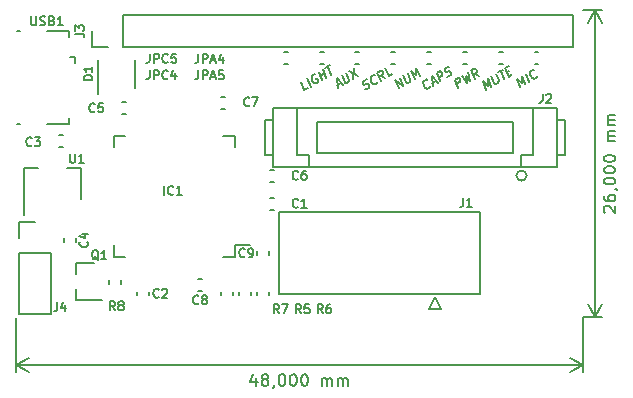
<source format=gbr>
G04 #@! TF.GenerationSoftware,KiCad,Pcbnew,5.1.5*
G04 #@! TF.CreationDate,2020-05-10T02:28:13+02:00*
G04 #@! TF.ProjectId,nucular-keyboard,6e756375-6c61-4722-9d6b-6579626f6172,rev?*
G04 #@! TF.SameCoordinates,Original*
G04 #@! TF.FileFunction,Legend,Top*
G04 #@! TF.FilePolarity,Positive*
%FSLAX46Y46*%
G04 Gerber Fmt 4.6, Leading zero omitted, Abs format (unit mm)*
G04 Created by KiCad (PCBNEW 5.1.5) date 2020-05-10 02:28:13*
%MOMM*%
%LPD*%
G04 APERTURE LIST*
%ADD10C,0.150000*%
G04 APERTURE END LIST*
D10*
X109847619Y-76070857D02*
X109800000Y-76023238D01*
X109752380Y-75928000D01*
X109752380Y-75689904D01*
X109800000Y-75594666D01*
X109847619Y-75547047D01*
X109942857Y-75499428D01*
X110038095Y-75499428D01*
X110180952Y-75547047D01*
X110752380Y-76118476D01*
X110752380Y-75499428D01*
X109752380Y-74642285D02*
X109752380Y-74832761D01*
X109800000Y-74928000D01*
X109847619Y-74975619D01*
X109990476Y-75070857D01*
X110180952Y-75118476D01*
X110561904Y-75118476D01*
X110657142Y-75070857D01*
X110704761Y-75023238D01*
X110752380Y-74928000D01*
X110752380Y-74737523D01*
X110704761Y-74642285D01*
X110657142Y-74594666D01*
X110561904Y-74547047D01*
X110323809Y-74547047D01*
X110228571Y-74594666D01*
X110180952Y-74642285D01*
X110133333Y-74737523D01*
X110133333Y-74928000D01*
X110180952Y-75023238D01*
X110228571Y-75070857D01*
X110323809Y-75118476D01*
X110704761Y-74070857D02*
X110752380Y-74070857D01*
X110847619Y-74118476D01*
X110895238Y-74166095D01*
X109752380Y-73451809D02*
X109752380Y-73356571D01*
X109800000Y-73261333D01*
X109847619Y-73213714D01*
X109942857Y-73166095D01*
X110133333Y-73118476D01*
X110371428Y-73118476D01*
X110561904Y-73166095D01*
X110657142Y-73213714D01*
X110704761Y-73261333D01*
X110752380Y-73356571D01*
X110752380Y-73451809D01*
X110704761Y-73547047D01*
X110657142Y-73594666D01*
X110561904Y-73642285D01*
X110371428Y-73689904D01*
X110133333Y-73689904D01*
X109942857Y-73642285D01*
X109847619Y-73594666D01*
X109800000Y-73547047D01*
X109752380Y-73451809D01*
X109752380Y-72499428D02*
X109752380Y-72404190D01*
X109800000Y-72308952D01*
X109847619Y-72261333D01*
X109942857Y-72213714D01*
X110133333Y-72166095D01*
X110371428Y-72166095D01*
X110561904Y-72213714D01*
X110657142Y-72261333D01*
X110704761Y-72308952D01*
X110752380Y-72404190D01*
X110752380Y-72499428D01*
X110704761Y-72594666D01*
X110657142Y-72642285D01*
X110561904Y-72689904D01*
X110371428Y-72737523D01*
X110133333Y-72737523D01*
X109942857Y-72689904D01*
X109847619Y-72642285D01*
X109800000Y-72594666D01*
X109752380Y-72499428D01*
X109752380Y-71547047D02*
X109752380Y-71451809D01*
X109800000Y-71356571D01*
X109847619Y-71308952D01*
X109942857Y-71261333D01*
X110133333Y-71213714D01*
X110371428Y-71213714D01*
X110561904Y-71261333D01*
X110657142Y-71308952D01*
X110704761Y-71356571D01*
X110752380Y-71451809D01*
X110752380Y-71547047D01*
X110704761Y-71642285D01*
X110657142Y-71689904D01*
X110561904Y-71737523D01*
X110371428Y-71785142D01*
X110133333Y-71785142D01*
X109942857Y-71737523D01*
X109847619Y-71689904D01*
X109800000Y-71642285D01*
X109752380Y-71547047D01*
X110752380Y-70023238D02*
X110085714Y-70023238D01*
X110180952Y-70023238D02*
X110133333Y-69975619D01*
X110085714Y-69880380D01*
X110085714Y-69737523D01*
X110133333Y-69642285D01*
X110228571Y-69594666D01*
X110752380Y-69594666D01*
X110228571Y-69594666D02*
X110133333Y-69547047D01*
X110085714Y-69451809D01*
X110085714Y-69308952D01*
X110133333Y-69213714D01*
X110228571Y-69166095D01*
X110752380Y-69166095D01*
X110752380Y-68689904D02*
X110085714Y-68689904D01*
X110180952Y-68689904D02*
X110133333Y-68642285D01*
X110085714Y-68547047D01*
X110085714Y-68404190D01*
X110133333Y-68308952D01*
X110228571Y-68261333D01*
X110752380Y-68261333D01*
X110228571Y-68261333D02*
X110133333Y-68213714D01*
X110085714Y-68118476D01*
X110085714Y-67975619D01*
X110133333Y-67880380D01*
X110228571Y-67832761D01*
X110752380Y-67832761D01*
X109000000Y-84928000D02*
X109000000Y-58928000D01*
X108000000Y-84928000D02*
X109586421Y-84928000D01*
X108000000Y-58928000D02*
X109586421Y-58928000D01*
X109000000Y-58928000D02*
X109586421Y-60054504D01*
X109000000Y-58928000D02*
X108413579Y-60054504D01*
X109000000Y-84928000D02*
X109586421Y-83801496D01*
X109000000Y-84928000D02*
X108413579Y-83801496D01*
X80333333Y-90085714D02*
X80333333Y-90752380D01*
X80095238Y-89704761D02*
X79857142Y-90419047D01*
X80476190Y-90419047D01*
X81000000Y-90180952D02*
X80904761Y-90133333D01*
X80857142Y-90085714D01*
X80809523Y-89990476D01*
X80809523Y-89942857D01*
X80857142Y-89847619D01*
X80904761Y-89800000D01*
X81000000Y-89752380D01*
X81190476Y-89752380D01*
X81285714Y-89800000D01*
X81333333Y-89847619D01*
X81380952Y-89942857D01*
X81380952Y-89990476D01*
X81333333Y-90085714D01*
X81285714Y-90133333D01*
X81190476Y-90180952D01*
X81000000Y-90180952D01*
X80904761Y-90228571D01*
X80857142Y-90276190D01*
X80809523Y-90371428D01*
X80809523Y-90561904D01*
X80857142Y-90657142D01*
X80904761Y-90704761D01*
X81000000Y-90752380D01*
X81190476Y-90752380D01*
X81285714Y-90704761D01*
X81333333Y-90657142D01*
X81380952Y-90561904D01*
X81380952Y-90371428D01*
X81333333Y-90276190D01*
X81285714Y-90228571D01*
X81190476Y-90180952D01*
X81857142Y-90704761D02*
X81857142Y-90752380D01*
X81809523Y-90847619D01*
X81761904Y-90895238D01*
X82476190Y-89752380D02*
X82571428Y-89752380D01*
X82666666Y-89800000D01*
X82714285Y-89847619D01*
X82761904Y-89942857D01*
X82809523Y-90133333D01*
X82809523Y-90371428D01*
X82761904Y-90561904D01*
X82714285Y-90657142D01*
X82666666Y-90704761D01*
X82571428Y-90752380D01*
X82476190Y-90752380D01*
X82380952Y-90704761D01*
X82333333Y-90657142D01*
X82285714Y-90561904D01*
X82238095Y-90371428D01*
X82238095Y-90133333D01*
X82285714Y-89942857D01*
X82333333Y-89847619D01*
X82380952Y-89800000D01*
X82476190Y-89752380D01*
X83428571Y-89752380D02*
X83523809Y-89752380D01*
X83619047Y-89800000D01*
X83666666Y-89847619D01*
X83714285Y-89942857D01*
X83761904Y-90133333D01*
X83761904Y-90371428D01*
X83714285Y-90561904D01*
X83666666Y-90657142D01*
X83619047Y-90704761D01*
X83523809Y-90752380D01*
X83428571Y-90752380D01*
X83333333Y-90704761D01*
X83285714Y-90657142D01*
X83238095Y-90561904D01*
X83190476Y-90371428D01*
X83190476Y-90133333D01*
X83238095Y-89942857D01*
X83285714Y-89847619D01*
X83333333Y-89800000D01*
X83428571Y-89752380D01*
X84380952Y-89752380D02*
X84476190Y-89752380D01*
X84571428Y-89800000D01*
X84619047Y-89847619D01*
X84666666Y-89942857D01*
X84714285Y-90133333D01*
X84714285Y-90371428D01*
X84666666Y-90561904D01*
X84619047Y-90657142D01*
X84571428Y-90704761D01*
X84476190Y-90752380D01*
X84380952Y-90752380D01*
X84285714Y-90704761D01*
X84238095Y-90657142D01*
X84190476Y-90561904D01*
X84142857Y-90371428D01*
X84142857Y-90133333D01*
X84190476Y-89942857D01*
X84238095Y-89847619D01*
X84285714Y-89800000D01*
X84380952Y-89752380D01*
X85904761Y-90752380D02*
X85904761Y-90085714D01*
X85904761Y-90180952D02*
X85952380Y-90133333D01*
X86047619Y-90085714D01*
X86190476Y-90085714D01*
X86285714Y-90133333D01*
X86333333Y-90228571D01*
X86333333Y-90752380D01*
X86333333Y-90228571D02*
X86380952Y-90133333D01*
X86476190Y-90085714D01*
X86619047Y-90085714D01*
X86714285Y-90133333D01*
X86761904Y-90228571D01*
X86761904Y-90752380D01*
X87238095Y-90752380D02*
X87238095Y-90085714D01*
X87238095Y-90180952D02*
X87285714Y-90133333D01*
X87380952Y-90085714D01*
X87523809Y-90085714D01*
X87619047Y-90133333D01*
X87666666Y-90228571D01*
X87666666Y-90752380D01*
X87666666Y-90228571D02*
X87714285Y-90133333D01*
X87809523Y-90085714D01*
X87952380Y-90085714D01*
X88047619Y-90133333D01*
X88095238Y-90228571D01*
X88095238Y-90752380D01*
X108000000Y-89000000D02*
X60000000Y-89000000D01*
X108000000Y-85000000D02*
X108000000Y-89586421D01*
X60000000Y-85000000D02*
X60000000Y-89586421D01*
X60000000Y-89000000D02*
X61126504Y-88413579D01*
X60000000Y-89000000D02*
X61126504Y-89586421D01*
X108000000Y-89000000D02*
X106873496Y-88413579D01*
X108000000Y-89000000D02*
X106873496Y-89586421D01*
X102706148Y-65434633D02*
X102412338Y-64738239D01*
X102838709Y-65110663D01*
X102845351Y-64488239D01*
X103139161Y-65184633D01*
X103448456Y-65006062D02*
X103154646Y-64309668D01*
X104100922Y-64546881D02*
X104083984Y-64597900D01*
X104005186Y-64684633D01*
X103943327Y-64720347D01*
X103836548Y-64740757D01*
X103746707Y-64710148D01*
X103687796Y-64661682D01*
X103600902Y-64546893D01*
X103558929Y-64447408D01*
X103533895Y-64296904D01*
X103536843Y-64212724D01*
X103570720Y-64110686D01*
X103649517Y-64023953D01*
X103711376Y-63988239D01*
X103818156Y-63967829D01*
X103863076Y-63983134D01*
X99804065Y-65666776D02*
X99510255Y-64970382D01*
X99936626Y-65342806D01*
X99943268Y-64720382D01*
X100237078Y-65416776D01*
X100252562Y-64541810D02*
X100490409Y-65105558D01*
X100549320Y-65154024D01*
X100594240Y-65169329D01*
X100670090Y-65166776D01*
X100793808Y-65095347D01*
X100841676Y-65026471D01*
X100858615Y-64975453D01*
X100861562Y-64891272D01*
X100623716Y-64327525D01*
X100840222Y-64202525D02*
X101211376Y-63988239D01*
X101319609Y-64791776D02*
X101025799Y-64095382D01*
X101567792Y-64194855D02*
X101784298Y-64069855D01*
X102030987Y-64381062D02*
X101721693Y-64559633D01*
X101427883Y-63863239D01*
X101737177Y-63684668D01*
X97436036Y-65532847D02*
X97142226Y-64836453D01*
X97389662Y-64693596D01*
X97465512Y-64691044D01*
X97510432Y-64706348D01*
X97569344Y-64754814D01*
X97611316Y-64854299D01*
X97608369Y-64938479D01*
X97591430Y-64989498D01*
X97543562Y-65058374D01*
X97296126Y-65201231D01*
X97729886Y-64497168D02*
X98178344Y-65104276D01*
X98092197Y-64535423D01*
X98425779Y-64961419D01*
X98286617Y-64175739D01*
X99199016Y-64514990D02*
X98842600Y-64308374D01*
X98827863Y-64729276D02*
X98534052Y-64032882D01*
X98781488Y-63890025D01*
X98857338Y-63887472D01*
X98902259Y-63902777D01*
X98961170Y-63951243D01*
X99003143Y-64050728D01*
X99000195Y-64134908D01*
X98983257Y-64185927D01*
X98935389Y-64254803D01*
X98687953Y-64397660D01*
X95062702Y-65377238D02*
X95045763Y-65428257D01*
X94966966Y-65514990D01*
X94905107Y-65550705D01*
X94798327Y-65571114D01*
X94708486Y-65540505D01*
X94649575Y-65492039D01*
X94562682Y-65377250D01*
X94520709Y-65277765D01*
X94495674Y-65127261D01*
X94498622Y-65043081D01*
X94532499Y-64941044D01*
X94611296Y-64854310D01*
X94673155Y-64818596D01*
X94779935Y-64798186D01*
X94824855Y-64813491D01*
X95254174Y-65101735D02*
X95563468Y-64923163D01*
X95276260Y-65336419D02*
X95198957Y-64515025D01*
X95709273Y-65086419D01*
X95925779Y-64961419D02*
X95631969Y-64265025D01*
X95879405Y-64122168D01*
X95955255Y-64119615D01*
X96000175Y-64134919D01*
X96059087Y-64183386D01*
X96101060Y-64282870D01*
X96098112Y-64367051D01*
X96081174Y-64418070D01*
X96033306Y-64486945D01*
X95785870Y-64629803D01*
X96530378Y-64571114D02*
X96637157Y-64550705D01*
X96791805Y-64461419D01*
X96839673Y-64392543D01*
X96856611Y-64341524D01*
X96859559Y-64257344D01*
X96831577Y-64191021D01*
X96772666Y-64142554D01*
X96727745Y-64127250D01*
X96651895Y-64129803D01*
X96514186Y-64168070D01*
X96438336Y-64170622D01*
X96393416Y-64155318D01*
X96334505Y-64106852D01*
X96306523Y-64040528D01*
X96309470Y-63956348D01*
X96326409Y-63905329D01*
X96374277Y-63836453D01*
X96528924Y-63747168D01*
X96635704Y-63726758D01*
X92405107Y-65550705D02*
X92111296Y-64854310D01*
X92776260Y-65336419D01*
X92482450Y-64640025D01*
X92791745Y-64461453D02*
X93029591Y-65025201D01*
X93088503Y-65073667D01*
X93133423Y-65088971D01*
X93209273Y-65086419D01*
X93332991Y-65014990D01*
X93380859Y-64946114D01*
X93397797Y-64895096D01*
X93400745Y-64810915D01*
X93162899Y-64247168D01*
X93766004Y-64764990D02*
X93472194Y-64068596D01*
X93898564Y-64441021D01*
X93905206Y-63818596D01*
X94199016Y-64514990D01*
X89590074Y-65633614D02*
X89696853Y-65613205D01*
X89851501Y-65523919D01*
X89899369Y-65455043D01*
X89916307Y-65404024D01*
X89919255Y-65319844D01*
X89891273Y-65253521D01*
X89832362Y-65205054D01*
X89787441Y-65189750D01*
X89711591Y-65192303D01*
X89573882Y-65230570D01*
X89498032Y-65233122D01*
X89453112Y-65217818D01*
X89394201Y-65169352D01*
X89366219Y-65103028D01*
X89369166Y-65018848D01*
X89386105Y-64967829D01*
X89433973Y-64898953D01*
X89588620Y-64809668D01*
X89695400Y-64789258D01*
X90596756Y-65011167D02*
X90579817Y-65062186D01*
X90501020Y-65148919D01*
X90439161Y-65184633D01*
X90332381Y-65205043D01*
X90242541Y-65174434D01*
X90183629Y-65125968D01*
X90096736Y-65011179D01*
X90054763Y-64911694D01*
X90029729Y-64761190D01*
X90032676Y-64677010D01*
X90066553Y-64574972D01*
X90145351Y-64488239D01*
X90207210Y-64452525D01*
X90313989Y-64432115D01*
X90358910Y-64447419D01*
X91274257Y-64702490D02*
X90917841Y-64495874D01*
X90903103Y-64916776D02*
X90609293Y-64220382D01*
X90856729Y-64077525D01*
X90932579Y-64074972D01*
X90977499Y-64090277D01*
X91036411Y-64138743D01*
X91078383Y-64238228D01*
X91075436Y-64322408D01*
X91058497Y-64373427D01*
X91010629Y-64442303D01*
X90763193Y-64585160D01*
X91861917Y-64363205D02*
X91552622Y-64541776D01*
X91258812Y-63845382D01*
X87213949Y-65298163D02*
X87523244Y-65119592D01*
X87236036Y-65532847D02*
X87158732Y-64711453D01*
X87669049Y-65282847D01*
X87591745Y-64461453D02*
X87829591Y-65025201D01*
X87888503Y-65073667D01*
X87933423Y-65088971D01*
X88009273Y-65086419D01*
X88132991Y-65014990D01*
X88180859Y-64946114D01*
X88197797Y-64895096D01*
X88200745Y-64810915D01*
X87962899Y-64247168D01*
X88210335Y-64104310D02*
X88937157Y-64550705D01*
X88643347Y-63854310D02*
X88504145Y-64800705D01*
X84736036Y-65532847D02*
X84426741Y-65711419D01*
X84132931Y-65015025D01*
X84952542Y-65407847D02*
X84658732Y-64711453D01*
X85322242Y-64369615D02*
X85246392Y-64372168D01*
X85153604Y-64425739D01*
X85074806Y-64512472D01*
X85040929Y-64614510D01*
X85037982Y-64698690D01*
X85063016Y-64849194D01*
X85104989Y-64948679D01*
X85191882Y-65063468D01*
X85250794Y-65111934D01*
X85340635Y-65142543D01*
X85447414Y-65122133D01*
X85509273Y-65086419D01*
X85588070Y-64999686D01*
X85605009Y-64948667D01*
X85507072Y-64716536D01*
X85383354Y-64787964D01*
X85911356Y-64854276D02*
X85617546Y-64157882D01*
X85757456Y-64489498D02*
X86128609Y-64275212D01*
X86282510Y-64639990D02*
X85988700Y-63943596D01*
X86205206Y-63818596D02*
X86576360Y-63604310D01*
X86684593Y-64407847D02*
X86390783Y-63711453D01*
X107180000Y-62036000D02*
X107180000Y-59376000D01*
X69020000Y-62036000D02*
X107180000Y-62036000D01*
X69020000Y-59376000D02*
X107180000Y-59376000D01*
X69020000Y-62036000D02*
X69020000Y-59376000D01*
X67750000Y-62036000D02*
X66420000Y-62036000D01*
X66420000Y-62036000D02*
X66420000Y-60706000D01*
X97881221Y-62511000D02*
X98206779Y-62511000D01*
X97881221Y-63531000D02*
X98206779Y-63531000D01*
X100903721Y-63531000D02*
X101229279Y-63531000D01*
X100903721Y-62511000D02*
X101229279Y-62511000D01*
X94833221Y-63531000D02*
X95158779Y-63531000D01*
X94833221Y-62511000D02*
X95158779Y-62511000D01*
X103913721Y-62511000D02*
X104239279Y-62511000D01*
X103913721Y-63531000D02*
X104239279Y-63531000D01*
X85752721Y-62511000D02*
X86078279Y-62511000D01*
X85752721Y-63531000D02*
X86078279Y-63531000D01*
X88737221Y-63531000D02*
X89062779Y-63531000D01*
X88737221Y-62511000D02*
X89062779Y-62511000D01*
X91785221Y-62511000D02*
X92110779Y-62511000D01*
X91785221Y-63531000D02*
X92110779Y-63531000D01*
X65000000Y-62943000D02*
X64550000Y-62943000D01*
X65000000Y-62943000D02*
X65000000Y-63393000D01*
X64450000Y-68543000D02*
X64450000Y-68093000D01*
X62600000Y-68543000D02*
X64450000Y-68543000D01*
X60050000Y-60743000D02*
X60300000Y-60743000D01*
X60050000Y-68543000D02*
X60300000Y-68543000D01*
X62600000Y-60743000D02*
X64450000Y-60743000D01*
X64450000Y-60743000D02*
X64450000Y-61193000D01*
X82250000Y-76000000D02*
X99250000Y-76000000D01*
X99250000Y-76000000D02*
X99250000Y-83000000D01*
X99250000Y-83000000D02*
X82250000Y-83000000D01*
X82250000Y-83000000D02*
X82250000Y-76000000D01*
X95500000Y-83250000D02*
X95000000Y-84250000D01*
X95000000Y-84250000D02*
X96000000Y-84250000D01*
X96000000Y-84250000D02*
X95500000Y-83250000D01*
X81800000Y-67200000D02*
X105800000Y-67200000D01*
X105800000Y-67200000D02*
X105800000Y-72200000D01*
X105800000Y-72200000D02*
X81800000Y-72200000D01*
X81800000Y-72200000D02*
X81800000Y-67200000D01*
X83800000Y-67200000D02*
X83800000Y-71200000D01*
X83800000Y-71200000D02*
X84800000Y-71200000D01*
X84800000Y-71200000D02*
X84800000Y-72200000D01*
X103800000Y-67200000D02*
X103800000Y-71200000D01*
X103800000Y-71200000D02*
X102800000Y-71200000D01*
X102800000Y-71200000D02*
X102800000Y-72200000D01*
X85500000Y-68400000D02*
X102100000Y-68400000D01*
X102100000Y-68400000D02*
X102100000Y-71000000D01*
X102100000Y-71000000D02*
X85500000Y-71000000D01*
X85500000Y-71000000D02*
X85500000Y-68400000D01*
X81800000Y-68200000D02*
X81100000Y-68200000D01*
X81100000Y-68200000D02*
X81100000Y-71200000D01*
X81100000Y-71200000D02*
X81800000Y-71200000D01*
X105800000Y-68200000D02*
X106500000Y-68200000D01*
X106500000Y-68200000D02*
X106500000Y-71200000D01*
X106500000Y-71200000D02*
X105800000Y-71200000D01*
X103233012Y-72950000D02*
G75*
G03X103233012Y-72950000I-433012J0D01*
G01*
X63637221Y-69530500D02*
X63962779Y-69530500D01*
X63637221Y-70550500D02*
X63962779Y-70550500D01*
X64090000Y-78237221D02*
X64090000Y-78562779D01*
X65110000Y-78237221D02*
X65110000Y-78562779D01*
X64300000Y-72260000D02*
X65500000Y-72260000D01*
X65500000Y-72260000D02*
X65500000Y-74960000D01*
X60700000Y-76260000D02*
X60700000Y-72260000D01*
X60700000Y-72260000D02*
X61900000Y-72260000D01*
X65120000Y-80350000D02*
X65120000Y-81280000D01*
X65120000Y-83510000D02*
X65120000Y-82580000D01*
X65120000Y-83510000D02*
X67280000Y-83510000D01*
X65120000Y-80350000D02*
X66580000Y-80350000D01*
X70066500Y-65525500D02*
X70066500Y-63125500D01*
X66966500Y-63125500D02*
X66966500Y-66075500D01*
X78510000Y-78860000D02*
X79850000Y-78860000D01*
X78510000Y-79810000D02*
X78510000Y-78860000D01*
X77560000Y-79810000D02*
X78510000Y-79810000D01*
X68290000Y-79810000D02*
X68290000Y-78860000D01*
X69240000Y-79810000D02*
X68290000Y-79810000D01*
X78510000Y-69590000D02*
X78510000Y-70540000D01*
X77560000Y-69590000D02*
X78510000Y-69590000D01*
X68290000Y-69590000D02*
X68290000Y-70540000D01*
X69240000Y-69590000D02*
X68290000Y-69590000D01*
X60265000Y-84642000D02*
X62925000Y-84642000D01*
X60265000Y-79502000D02*
X60265000Y-84642000D01*
X62925000Y-79502000D02*
X62925000Y-84642000D01*
X60265000Y-79502000D02*
X62925000Y-79502000D01*
X60265000Y-78232000D02*
X60265000Y-76902000D01*
X60265000Y-76902000D02*
X61595000Y-76902000D01*
X81498221Y-74801000D02*
X81823779Y-74801000D01*
X81498221Y-75821000D02*
X81823779Y-75821000D01*
X71249000Y-83093779D02*
X71249000Y-82768221D01*
X70229000Y-83093779D02*
X70229000Y-82768221D01*
X69312779Y-67756500D02*
X68987221Y-67756500D01*
X69312779Y-66736500D02*
X68987221Y-66736500D01*
X81498221Y-72451500D02*
X81823779Y-72451500D01*
X81498221Y-73471500D02*
X81823779Y-73471500D01*
X77370721Y-67312000D02*
X77696279Y-67312000D01*
X77370721Y-66292000D02*
X77696279Y-66292000D01*
X75727779Y-82679000D02*
X75402221Y-82679000D01*
X75727779Y-81659000D02*
X75402221Y-81659000D01*
X80389000Y-79313721D02*
X80389000Y-79639279D01*
X81409000Y-79313721D02*
X81409000Y-79639279D01*
X78865000Y-83093779D02*
X78865000Y-82768221D01*
X79885000Y-83093779D02*
X79885000Y-82768221D01*
X81409000Y-83093779D02*
X81409000Y-82768221D01*
X80389000Y-83093779D02*
X80389000Y-82768221D01*
X77341000Y-83093779D02*
X77341000Y-82768221D01*
X78361000Y-83093779D02*
X78361000Y-82768221D01*
X67910000Y-81767221D02*
X67910000Y-82092779D01*
X68930000Y-81767221D02*
X68930000Y-82092779D01*
X82704721Y-63502000D02*
X83030279Y-63502000D01*
X82704721Y-62482000D02*
X83030279Y-62482000D01*
X75444071Y-64042285D02*
X75444071Y-64578000D01*
X75408357Y-64685142D01*
X75336928Y-64756571D01*
X75229785Y-64792285D01*
X75158357Y-64792285D01*
X75801214Y-64792285D02*
X75801214Y-64042285D01*
X76086928Y-64042285D01*
X76158357Y-64078000D01*
X76194071Y-64113714D01*
X76229785Y-64185142D01*
X76229785Y-64292285D01*
X76194071Y-64363714D01*
X76158357Y-64399428D01*
X76086928Y-64435142D01*
X75801214Y-64435142D01*
X76515500Y-64578000D02*
X76872642Y-64578000D01*
X76444071Y-64792285D02*
X76694071Y-64042285D01*
X76944071Y-64792285D01*
X77551214Y-64042285D02*
X77194071Y-64042285D01*
X77158357Y-64399428D01*
X77194071Y-64363714D01*
X77265500Y-64328000D01*
X77444071Y-64328000D01*
X77515500Y-64363714D01*
X77551214Y-64399428D01*
X77586928Y-64470857D01*
X77586928Y-64649428D01*
X77551214Y-64720857D01*
X77515500Y-64756571D01*
X77444071Y-64792285D01*
X77265500Y-64792285D01*
X77194071Y-64756571D01*
X77158357Y-64720857D01*
X75444071Y-62648285D02*
X75444071Y-63184000D01*
X75408357Y-63291142D01*
X75336928Y-63362571D01*
X75229785Y-63398285D01*
X75158357Y-63398285D01*
X75801214Y-63398285D02*
X75801214Y-62648285D01*
X76086928Y-62648285D01*
X76158357Y-62684000D01*
X76194071Y-62719714D01*
X76229785Y-62791142D01*
X76229785Y-62898285D01*
X76194071Y-62969714D01*
X76158357Y-63005428D01*
X76086928Y-63041142D01*
X75801214Y-63041142D01*
X76515500Y-63184000D02*
X76872642Y-63184000D01*
X76444071Y-63398285D02*
X76694071Y-62648285D01*
X76944071Y-63398285D01*
X77515500Y-62898285D02*
X77515500Y-63398285D01*
X77336928Y-62612571D02*
X77158357Y-63148285D01*
X77622642Y-63148285D01*
X71326500Y-64042285D02*
X71326500Y-64578000D01*
X71290785Y-64685142D01*
X71219357Y-64756571D01*
X71112214Y-64792285D01*
X71040785Y-64792285D01*
X71683642Y-64792285D02*
X71683642Y-64042285D01*
X71969357Y-64042285D01*
X72040785Y-64078000D01*
X72076500Y-64113714D01*
X72112214Y-64185142D01*
X72112214Y-64292285D01*
X72076500Y-64363714D01*
X72040785Y-64399428D01*
X71969357Y-64435142D01*
X71683642Y-64435142D01*
X72862214Y-64720857D02*
X72826500Y-64756571D01*
X72719357Y-64792285D01*
X72647928Y-64792285D01*
X72540785Y-64756571D01*
X72469357Y-64685142D01*
X72433642Y-64613714D01*
X72397928Y-64470857D01*
X72397928Y-64363714D01*
X72433642Y-64220857D01*
X72469357Y-64149428D01*
X72540785Y-64078000D01*
X72647928Y-64042285D01*
X72719357Y-64042285D01*
X72826500Y-64078000D01*
X72862214Y-64113714D01*
X73505071Y-64292285D02*
X73505071Y-64792285D01*
X73326500Y-64006571D02*
X73147928Y-64542285D01*
X73612214Y-64542285D01*
X71326500Y-62648285D02*
X71326500Y-63184000D01*
X71290785Y-63291142D01*
X71219357Y-63362571D01*
X71112214Y-63398285D01*
X71040785Y-63398285D01*
X71683642Y-63398285D02*
X71683642Y-62648285D01*
X71969357Y-62648285D01*
X72040785Y-62684000D01*
X72076500Y-62719714D01*
X72112214Y-62791142D01*
X72112214Y-62898285D01*
X72076500Y-62969714D01*
X72040785Y-63005428D01*
X71969357Y-63041142D01*
X71683642Y-63041142D01*
X72862214Y-63326857D02*
X72826500Y-63362571D01*
X72719357Y-63398285D01*
X72647928Y-63398285D01*
X72540785Y-63362571D01*
X72469357Y-63291142D01*
X72433642Y-63219714D01*
X72397928Y-63076857D01*
X72397928Y-62969714D01*
X72433642Y-62826857D01*
X72469357Y-62755428D01*
X72540785Y-62684000D01*
X72647928Y-62648285D01*
X72719357Y-62648285D01*
X72826500Y-62684000D01*
X72862214Y-62719714D01*
X73540785Y-62648285D02*
X73183642Y-62648285D01*
X73147928Y-63005428D01*
X73183642Y-62969714D01*
X73255071Y-62934000D01*
X73433642Y-62934000D01*
X73505071Y-62969714D01*
X73540785Y-63005428D01*
X73576500Y-63076857D01*
X73576500Y-63255428D01*
X73540785Y-63326857D01*
X73505071Y-63362571D01*
X73433642Y-63398285D01*
X73255071Y-63398285D01*
X73183642Y-63362571D01*
X73147928Y-63326857D01*
X65009285Y-60956000D02*
X65545000Y-60956000D01*
X65652142Y-60991714D01*
X65723571Y-61063142D01*
X65759285Y-61170285D01*
X65759285Y-61241714D01*
X65009285Y-60670285D02*
X65009285Y-60206000D01*
X65295000Y-60456000D01*
X65295000Y-60348857D01*
X65330714Y-60277428D01*
X65366428Y-60241714D01*
X65437857Y-60206000D01*
X65616428Y-60206000D01*
X65687857Y-60241714D01*
X65723571Y-60277428D01*
X65759285Y-60348857D01*
X65759285Y-60563142D01*
X65723571Y-60634571D01*
X65687857Y-60670285D01*
X61307428Y-59469785D02*
X61307428Y-60076928D01*
X61343142Y-60148357D01*
X61378857Y-60184071D01*
X61450285Y-60219785D01*
X61593142Y-60219785D01*
X61664571Y-60184071D01*
X61700285Y-60148357D01*
X61736000Y-60076928D01*
X61736000Y-59469785D01*
X62057428Y-60184071D02*
X62164571Y-60219785D01*
X62343142Y-60219785D01*
X62414571Y-60184071D01*
X62450285Y-60148357D01*
X62486000Y-60076928D01*
X62486000Y-60005500D01*
X62450285Y-59934071D01*
X62414571Y-59898357D01*
X62343142Y-59862642D01*
X62200285Y-59826928D01*
X62128857Y-59791214D01*
X62093142Y-59755500D01*
X62057428Y-59684071D01*
X62057428Y-59612642D01*
X62093142Y-59541214D01*
X62128857Y-59505500D01*
X62200285Y-59469785D01*
X62378857Y-59469785D01*
X62486000Y-59505500D01*
X63057428Y-59826928D02*
X63164571Y-59862642D01*
X63200285Y-59898357D01*
X63236000Y-59969785D01*
X63236000Y-60076928D01*
X63200285Y-60148357D01*
X63164571Y-60184071D01*
X63093142Y-60219785D01*
X62807428Y-60219785D01*
X62807428Y-59469785D01*
X63057428Y-59469785D01*
X63128857Y-59505500D01*
X63164571Y-59541214D01*
X63200285Y-59612642D01*
X63200285Y-59684071D01*
X63164571Y-59755500D01*
X63128857Y-59791214D01*
X63057428Y-59826928D01*
X62807428Y-59826928D01*
X63950285Y-60219785D02*
X63521714Y-60219785D01*
X63736000Y-60219785D02*
X63736000Y-59469785D01*
X63664571Y-59576928D01*
X63593142Y-59648357D01*
X63521714Y-59684071D01*
X97857500Y-74836785D02*
X97857500Y-75372500D01*
X97821785Y-75479642D01*
X97750357Y-75551071D01*
X97643214Y-75586785D01*
X97571785Y-75586785D01*
X98607500Y-75586785D02*
X98178928Y-75586785D01*
X98393214Y-75586785D02*
X98393214Y-74836785D01*
X98321785Y-74943928D01*
X98250357Y-75015357D01*
X98178928Y-75051071D01*
X104588500Y-66010285D02*
X104588500Y-66546000D01*
X104552785Y-66653142D01*
X104481357Y-66724571D01*
X104374214Y-66760285D01*
X104302785Y-66760285D01*
X104909928Y-66081714D02*
X104945642Y-66046000D01*
X105017071Y-66010285D01*
X105195642Y-66010285D01*
X105267071Y-66046000D01*
X105302785Y-66081714D01*
X105338500Y-66153142D01*
X105338500Y-66224571D01*
X105302785Y-66331714D01*
X104874214Y-66760285D01*
X105338500Y-66760285D01*
X61343000Y-70371857D02*
X61307285Y-70407571D01*
X61200142Y-70443285D01*
X61128714Y-70443285D01*
X61021571Y-70407571D01*
X60950142Y-70336142D01*
X60914428Y-70264714D01*
X60878714Y-70121857D01*
X60878714Y-70014714D01*
X60914428Y-69871857D01*
X60950142Y-69800428D01*
X61021571Y-69729000D01*
X61128714Y-69693285D01*
X61200142Y-69693285D01*
X61307285Y-69729000D01*
X61343000Y-69764714D01*
X61593000Y-69693285D02*
X62057285Y-69693285D01*
X61807285Y-69979000D01*
X61914428Y-69979000D01*
X61985857Y-70014714D01*
X62021571Y-70050428D01*
X62057285Y-70121857D01*
X62057285Y-70300428D01*
X62021571Y-70371857D01*
X61985857Y-70407571D01*
X61914428Y-70443285D01*
X61700142Y-70443285D01*
X61628714Y-70407571D01*
X61593000Y-70371857D01*
X66053857Y-78525000D02*
X66089571Y-78560714D01*
X66125285Y-78667857D01*
X66125285Y-78739285D01*
X66089571Y-78846428D01*
X66018142Y-78917857D01*
X65946714Y-78953571D01*
X65803857Y-78989285D01*
X65696714Y-78989285D01*
X65553857Y-78953571D01*
X65482428Y-78917857D01*
X65411000Y-78846428D01*
X65375285Y-78739285D01*
X65375285Y-78667857D01*
X65411000Y-78560714D01*
X65446714Y-78525000D01*
X65625285Y-77882142D02*
X66125285Y-77882142D01*
X65339571Y-78060714D02*
X65875285Y-78239285D01*
X65875285Y-77775000D01*
X64579571Y-71090285D02*
X64579571Y-71697428D01*
X64615285Y-71768857D01*
X64651000Y-71804571D01*
X64722428Y-71840285D01*
X64865285Y-71840285D01*
X64936714Y-71804571D01*
X64972428Y-71768857D01*
X65008142Y-71697428D01*
X65008142Y-71090285D01*
X65758142Y-71840285D02*
X65329571Y-71840285D01*
X65543857Y-71840285D02*
X65543857Y-71090285D01*
X65472428Y-71197428D01*
X65401000Y-71268857D01*
X65329571Y-71304571D01*
X66984571Y-80103214D02*
X66913142Y-80067500D01*
X66841714Y-79996071D01*
X66734571Y-79888928D01*
X66663142Y-79853214D01*
X66591714Y-79853214D01*
X66627428Y-80031785D02*
X66556000Y-79996071D01*
X66484571Y-79924642D01*
X66448857Y-79781785D01*
X66448857Y-79531785D01*
X66484571Y-79388928D01*
X66556000Y-79317500D01*
X66627428Y-79281785D01*
X66770285Y-79281785D01*
X66841714Y-79317500D01*
X66913142Y-79388928D01*
X66948857Y-79531785D01*
X66948857Y-79781785D01*
X66913142Y-79924642D01*
X66841714Y-79996071D01*
X66770285Y-80031785D01*
X66627428Y-80031785D01*
X67663142Y-80031785D02*
X67234571Y-80031785D01*
X67448857Y-80031785D02*
X67448857Y-79281785D01*
X67377428Y-79388928D01*
X67306000Y-79460357D01*
X67234571Y-79496071D01*
X66475785Y-64859071D02*
X65725785Y-64859071D01*
X65725785Y-64680500D01*
X65761500Y-64573357D01*
X65832928Y-64501928D01*
X65904357Y-64466214D01*
X66047214Y-64430500D01*
X66154357Y-64430500D01*
X66297214Y-64466214D01*
X66368642Y-64501928D01*
X66440071Y-64573357D01*
X66475785Y-64680500D01*
X66475785Y-64859071D01*
X66475785Y-63716214D02*
X66475785Y-64144785D01*
X66475785Y-63930500D02*
X65725785Y-63930500D01*
X65832928Y-64001928D01*
X65904357Y-64073357D01*
X65940071Y-64144785D01*
X72546857Y-74570785D02*
X72546857Y-73820785D01*
X73332571Y-74499357D02*
X73296857Y-74535071D01*
X73189714Y-74570785D01*
X73118285Y-74570785D01*
X73011142Y-74535071D01*
X72939714Y-74463642D01*
X72904000Y-74392214D01*
X72868285Y-74249357D01*
X72868285Y-74142214D01*
X72904000Y-73999357D01*
X72939714Y-73927928D01*
X73011142Y-73856500D01*
X73118285Y-73820785D01*
X73189714Y-73820785D01*
X73296857Y-73856500D01*
X73332571Y-73892214D01*
X74046857Y-74570785D02*
X73618285Y-74570785D01*
X73832571Y-74570785D02*
X73832571Y-73820785D01*
X73761142Y-73927928D01*
X73689714Y-73999357D01*
X73618285Y-74035071D01*
X63472000Y-83685785D02*
X63472000Y-84221500D01*
X63436285Y-84328642D01*
X63364857Y-84400071D01*
X63257714Y-84435785D01*
X63186285Y-84435785D01*
X64150571Y-83935785D02*
X64150571Y-84435785D01*
X63972000Y-83650071D02*
X63793428Y-84185785D01*
X64257714Y-84185785D01*
X83885500Y-75578857D02*
X83849785Y-75614571D01*
X83742642Y-75650285D01*
X83671214Y-75650285D01*
X83564071Y-75614571D01*
X83492642Y-75543142D01*
X83456928Y-75471714D01*
X83421214Y-75328857D01*
X83421214Y-75221714D01*
X83456928Y-75078857D01*
X83492642Y-75007428D01*
X83564071Y-74936000D01*
X83671214Y-74900285D01*
X83742642Y-74900285D01*
X83849785Y-74936000D01*
X83885500Y-74971714D01*
X84599785Y-75650285D02*
X84171214Y-75650285D01*
X84385500Y-75650285D02*
X84385500Y-74900285D01*
X84314071Y-75007428D01*
X84242642Y-75078857D01*
X84171214Y-75114571D01*
X72074500Y-83198857D02*
X72038785Y-83234571D01*
X71931642Y-83270285D01*
X71860214Y-83270285D01*
X71753071Y-83234571D01*
X71681642Y-83163142D01*
X71645928Y-83091714D01*
X71610214Y-82948857D01*
X71610214Y-82841714D01*
X71645928Y-82698857D01*
X71681642Y-82627428D01*
X71753071Y-82556000D01*
X71860214Y-82520285D01*
X71931642Y-82520285D01*
X72038785Y-82556000D01*
X72074500Y-82591714D01*
X72360214Y-82591714D02*
X72395928Y-82556000D01*
X72467357Y-82520285D01*
X72645928Y-82520285D01*
X72717357Y-82556000D01*
X72753071Y-82591714D01*
X72788785Y-82663142D01*
X72788785Y-82734571D01*
X72753071Y-82841714D01*
X72324500Y-83270285D01*
X72788785Y-83270285D01*
X66677000Y-67514357D02*
X66641285Y-67550071D01*
X66534142Y-67585785D01*
X66462714Y-67585785D01*
X66355571Y-67550071D01*
X66284142Y-67478642D01*
X66248428Y-67407214D01*
X66212714Y-67264357D01*
X66212714Y-67157214D01*
X66248428Y-67014357D01*
X66284142Y-66942928D01*
X66355571Y-66871500D01*
X66462714Y-66835785D01*
X66534142Y-66835785D01*
X66641285Y-66871500D01*
X66677000Y-66907214D01*
X67355571Y-66835785D02*
X66998428Y-66835785D01*
X66962714Y-67192928D01*
X66998428Y-67157214D01*
X67069857Y-67121500D01*
X67248428Y-67121500D01*
X67319857Y-67157214D01*
X67355571Y-67192928D01*
X67391285Y-67264357D01*
X67391285Y-67442928D01*
X67355571Y-67514357D01*
X67319857Y-67550071D01*
X67248428Y-67585785D01*
X67069857Y-67585785D01*
X66998428Y-67550071D01*
X66962714Y-67514357D01*
X83885500Y-73229357D02*
X83849785Y-73265071D01*
X83742642Y-73300785D01*
X83671214Y-73300785D01*
X83564071Y-73265071D01*
X83492642Y-73193642D01*
X83456928Y-73122214D01*
X83421214Y-72979357D01*
X83421214Y-72872214D01*
X83456928Y-72729357D01*
X83492642Y-72657928D01*
X83564071Y-72586500D01*
X83671214Y-72550785D01*
X83742642Y-72550785D01*
X83849785Y-72586500D01*
X83885500Y-72622214D01*
X84528357Y-72550785D02*
X84385500Y-72550785D01*
X84314071Y-72586500D01*
X84278357Y-72622214D01*
X84206928Y-72729357D01*
X84171214Y-72872214D01*
X84171214Y-73157928D01*
X84206928Y-73229357D01*
X84242642Y-73265071D01*
X84314071Y-73300785D01*
X84456928Y-73300785D01*
X84528357Y-73265071D01*
X84564071Y-73229357D01*
X84599785Y-73157928D01*
X84599785Y-72979357D01*
X84564071Y-72907928D01*
X84528357Y-72872214D01*
X84456928Y-72836500D01*
X84314071Y-72836500D01*
X84242642Y-72872214D01*
X84206928Y-72907928D01*
X84171214Y-72979357D01*
X79758000Y-67006357D02*
X79722285Y-67042071D01*
X79615142Y-67077785D01*
X79543714Y-67077785D01*
X79436571Y-67042071D01*
X79365142Y-66970642D01*
X79329428Y-66899214D01*
X79293714Y-66756357D01*
X79293714Y-66649214D01*
X79329428Y-66506357D01*
X79365142Y-66434928D01*
X79436571Y-66363500D01*
X79543714Y-66327785D01*
X79615142Y-66327785D01*
X79722285Y-66363500D01*
X79758000Y-66399214D01*
X80008000Y-66327785D02*
X80508000Y-66327785D01*
X80186571Y-67077785D01*
X75440000Y-83770357D02*
X75404285Y-83806071D01*
X75297142Y-83841785D01*
X75225714Y-83841785D01*
X75118571Y-83806071D01*
X75047142Y-83734642D01*
X75011428Y-83663214D01*
X74975714Y-83520357D01*
X74975714Y-83413214D01*
X75011428Y-83270357D01*
X75047142Y-83198928D01*
X75118571Y-83127500D01*
X75225714Y-83091785D01*
X75297142Y-83091785D01*
X75404285Y-83127500D01*
X75440000Y-83163214D01*
X75868571Y-83413214D02*
X75797142Y-83377500D01*
X75761428Y-83341785D01*
X75725714Y-83270357D01*
X75725714Y-83234642D01*
X75761428Y-83163214D01*
X75797142Y-83127500D01*
X75868571Y-83091785D01*
X76011428Y-83091785D01*
X76082857Y-83127500D01*
X76118571Y-83163214D01*
X76154285Y-83234642D01*
X76154285Y-83270357D01*
X76118571Y-83341785D01*
X76082857Y-83377500D01*
X76011428Y-83413214D01*
X75868571Y-83413214D01*
X75797142Y-83448928D01*
X75761428Y-83484642D01*
X75725714Y-83556071D01*
X75725714Y-83698928D01*
X75761428Y-83770357D01*
X75797142Y-83806071D01*
X75868571Y-83841785D01*
X76011428Y-83841785D01*
X76082857Y-83806071D01*
X76118571Y-83770357D01*
X76154285Y-83698928D01*
X76154285Y-83556071D01*
X76118571Y-83484642D01*
X76082857Y-83448928D01*
X76011428Y-83413214D01*
X79377000Y-79769857D02*
X79341285Y-79805571D01*
X79234142Y-79841285D01*
X79162714Y-79841285D01*
X79055571Y-79805571D01*
X78984142Y-79734142D01*
X78948428Y-79662714D01*
X78912714Y-79519857D01*
X78912714Y-79412714D01*
X78948428Y-79269857D01*
X78984142Y-79198428D01*
X79055571Y-79127000D01*
X79162714Y-79091285D01*
X79234142Y-79091285D01*
X79341285Y-79127000D01*
X79377000Y-79162714D01*
X79734142Y-79841285D02*
X79877000Y-79841285D01*
X79948428Y-79805571D01*
X79984142Y-79769857D01*
X80055571Y-79662714D01*
X80091285Y-79519857D01*
X80091285Y-79234142D01*
X80055571Y-79162714D01*
X80019857Y-79127000D01*
X79948428Y-79091285D01*
X79805571Y-79091285D01*
X79734142Y-79127000D01*
X79698428Y-79162714D01*
X79662714Y-79234142D01*
X79662714Y-79412714D01*
X79698428Y-79484142D01*
X79734142Y-79519857D01*
X79805571Y-79555571D01*
X79948428Y-79555571D01*
X80019857Y-79519857D01*
X80055571Y-79484142D01*
X80091285Y-79412714D01*
X84139500Y-84603785D02*
X83889500Y-84246642D01*
X83710928Y-84603785D02*
X83710928Y-83853785D01*
X83996642Y-83853785D01*
X84068071Y-83889500D01*
X84103785Y-83925214D01*
X84139500Y-83996642D01*
X84139500Y-84103785D01*
X84103785Y-84175214D01*
X84068071Y-84210928D01*
X83996642Y-84246642D01*
X83710928Y-84246642D01*
X84818071Y-83853785D02*
X84460928Y-83853785D01*
X84425214Y-84210928D01*
X84460928Y-84175214D01*
X84532357Y-84139500D01*
X84710928Y-84139500D01*
X84782357Y-84175214D01*
X84818071Y-84210928D01*
X84853785Y-84282357D01*
X84853785Y-84460928D01*
X84818071Y-84532357D01*
X84782357Y-84568071D01*
X84710928Y-84603785D01*
X84532357Y-84603785D01*
X84460928Y-84568071D01*
X84425214Y-84532357D01*
X85981000Y-84603785D02*
X85731000Y-84246642D01*
X85552428Y-84603785D02*
X85552428Y-83853785D01*
X85838142Y-83853785D01*
X85909571Y-83889500D01*
X85945285Y-83925214D01*
X85981000Y-83996642D01*
X85981000Y-84103785D01*
X85945285Y-84175214D01*
X85909571Y-84210928D01*
X85838142Y-84246642D01*
X85552428Y-84246642D01*
X86623857Y-83853785D02*
X86481000Y-83853785D01*
X86409571Y-83889500D01*
X86373857Y-83925214D01*
X86302428Y-84032357D01*
X86266714Y-84175214D01*
X86266714Y-84460928D01*
X86302428Y-84532357D01*
X86338142Y-84568071D01*
X86409571Y-84603785D01*
X86552428Y-84603785D01*
X86623857Y-84568071D01*
X86659571Y-84532357D01*
X86695285Y-84460928D01*
X86695285Y-84282357D01*
X86659571Y-84210928D01*
X86623857Y-84175214D01*
X86552428Y-84139500D01*
X86409571Y-84139500D01*
X86338142Y-84175214D01*
X86302428Y-84210928D01*
X86266714Y-84282357D01*
X82298000Y-84603785D02*
X82048000Y-84246642D01*
X81869428Y-84603785D02*
X81869428Y-83853785D01*
X82155142Y-83853785D01*
X82226571Y-83889500D01*
X82262285Y-83925214D01*
X82298000Y-83996642D01*
X82298000Y-84103785D01*
X82262285Y-84175214D01*
X82226571Y-84210928D01*
X82155142Y-84246642D01*
X81869428Y-84246642D01*
X82548000Y-83853785D02*
X83048000Y-83853785D01*
X82726571Y-84603785D01*
X68391500Y-84349785D02*
X68141500Y-83992642D01*
X67962928Y-84349785D02*
X67962928Y-83599785D01*
X68248642Y-83599785D01*
X68320071Y-83635500D01*
X68355785Y-83671214D01*
X68391500Y-83742642D01*
X68391500Y-83849785D01*
X68355785Y-83921214D01*
X68320071Y-83956928D01*
X68248642Y-83992642D01*
X67962928Y-83992642D01*
X68820071Y-83921214D02*
X68748642Y-83885500D01*
X68712928Y-83849785D01*
X68677214Y-83778357D01*
X68677214Y-83742642D01*
X68712928Y-83671214D01*
X68748642Y-83635500D01*
X68820071Y-83599785D01*
X68962928Y-83599785D01*
X69034357Y-83635500D01*
X69070071Y-83671214D01*
X69105785Y-83742642D01*
X69105785Y-83778357D01*
X69070071Y-83849785D01*
X69034357Y-83885500D01*
X68962928Y-83921214D01*
X68820071Y-83921214D01*
X68748642Y-83956928D01*
X68712928Y-83992642D01*
X68677214Y-84064071D01*
X68677214Y-84206928D01*
X68712928Y-84278357D01*
X68748642Y-84314071D01*
X68820071Y-84349785D01*
X68962928Y-84349785D01*
X69034357Y-84314071D01*
X69070071Y-84278357D01*
X69105785Y-84206928D01*
X69105785Y-84064071D01*
X69070071Y-83992642D01*
X69034357Y-83956928D01*
X68962928Y-83921214D01*
M02*

</source>
